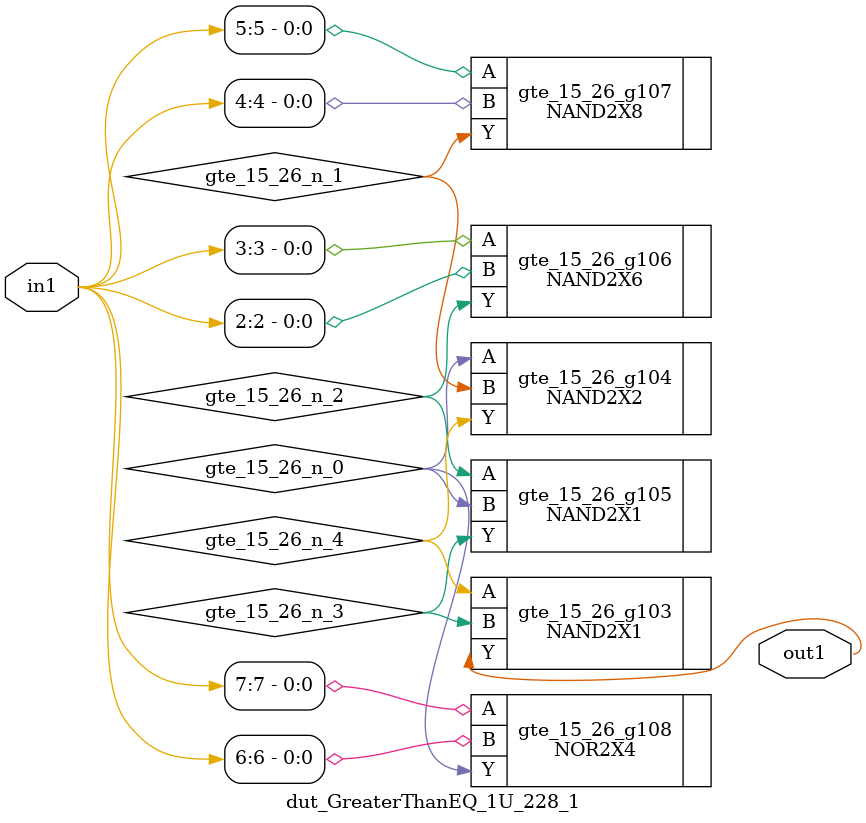
<source format=v>
`timescale 1ps / 1ps


module dut_GreaterThanEQ_1U_228_1(in1, out1);
  input [7:0] in1;
  output out1;
  wire [7:0] in1;
  wire out1;
  wire gte_15_26_n_0, gte_15_26_n_1, gte_15_26_n_2, gte_15_26_n_3,
       gte_15_26_n_4;
  NAND2X1 gte_15_26_g103(.A (gte_15_26_n_4), .B (gte_15_26_n_3), .Y
       (out1));
  NAND2X2 gte_15_26_g104(.A (gte_15_26_n_0), .B (gte_15_26_n_1), .Y
       (gte_15_26_n_4));
  NAND2X1 gte_15_26_g105(.A (gte_15_26_n_2), .B (gte_15_26_n_0), .Y
       (gte_15_26_n_3));
  NAND2X6 gte_15_26_g106(.A (in1[3]), .B (in1[2]), .Y (gte_15_26_n_2));
  NAND2X8 gte_15_26_g107(.A (in1[5]), .B (in1[4]), .Y (gte_15_26_n_1));
  NOR2X4 gte_15_26_g108(.A (in1[7]), .B (in1[6]), .Y (gte_15_26_n_0));
endmodule



</source>
